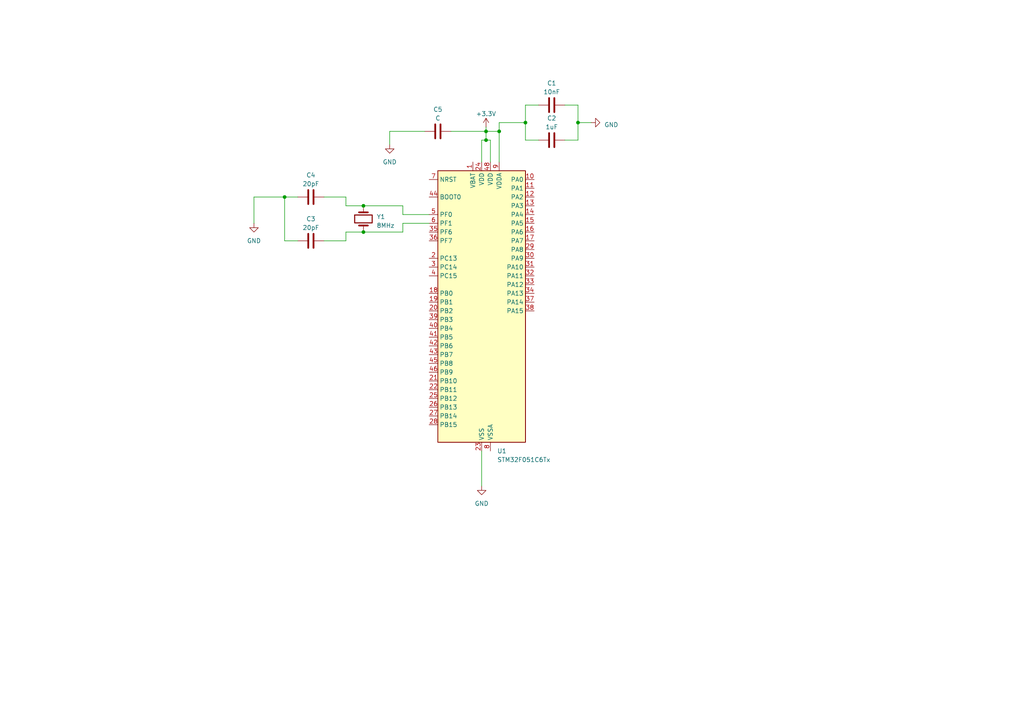
<source format=kicad_sch>
(kicad_sch (version 20230121) (generator eeschema)
  (paper "A4")
  (lib_symbols
    (symbol "Device:C" (pin_numbers hide) (pin_names (offset 0.254))
      (property "Reference" "C" (at 0.635 2.54 0))
      (property "Value" "C" (at 0.635 -2.54 0))
      (symbol "C_0_1"
        (polyline (pts (xy -2.032 -0.762) (xy 2.032 -0.762)) (stroke (width 0.508)))
        (polyline (pts (xy -2.032 0.762) (xy 2.032 0.762)) (stroke (width 0.508)))
      )
      (symbol "C_1_1"
        (pin passive line (at 0 3.81 270) (length 2.794) (name "~") (number "1"))
        (pin passive line (at 0 -3.81 90) (length 2.794) (name "~") (number "2"))
      )
    )
    (symbol "Device:Crystal" (pin_numbers hide) (pin_names (offset 1.016) hide)
      (property "Reference" "Y" (at 0 3.81 0))
      (property "Value" "Crystal" (at 0 -3.81 0))
      (symbol "Crystal_0_1"
        (rectangle (start -1.143 2.54) (end 1.143 -2.54) (stroke (width 0.3048)))
        (polyline (pts (xy -2.54 0) (xy -1.905 0)))
        (polyline (pts (xy -1.905 -1.27) (xy -1.905 1.27)) (stroke (width 0.508)))
        (polyline (pts (xy 1.905 -1.27) (xy 1.905 1.27)) (stroke (width 0.508)))
        (polyline (pts (xy 2.54 0) (xy 1.905 0)))
      )
      (symbol "Crystal_1_1"
        (pin passive line (at -3.81 0 0) (length 1.27) (name "1") (number "1"))
        (pin passive line (at 3.81 0 180) (length 1.27) (name "2") (number "2"))
      )
    )
    (symbol "MCU_ST_STM32F0:STM32F051C6Tx"
      (property "Reference" "U" (at -12.7 41.91 0))
      (property "Value" "STM32F051C6Tx" (at 7.62 41.91 0))
      (symbol "STM32F051C6Tx_0_1"
        (rectangle (start -12.7 -38.1) (end 12.7 40.64) (stroke (width 0.254)) (fill (type background)))
      )
      (symbol "STM32F051C6Tx_1_1"
        (pin power_in line (at -2.54 43.18 270) (length 2.54) (name "VBAT") (number "1"))
        (pin bidirectional line (at 15.24 38.1 180) (length 2.54) (name "PA0") (number "10"))
        (pin bidirectional line (at 15.24 35.56 180) (length 2.54) (name "PA1") (number "11"))
        (pin bidirectional line (at 15.24 33.02 180) (length 2.54) (name "PA2") (number "12"))
        (pin bidirectional line (at 15.24 30.48 180) (length 2.54) (name "PA3") (number "13"))
        (pin bidirectional line (at 15.24 27.94 180) (length 2.54) (name "PA4") (number "14"))
        (pin bidirectional line (at 15.24 25.4 180) (length 2.54) (name "PA5") (number "15"))
        (pin bidirectional line (at 15.24 22.86 180) (length 2.54) (name "PA6") (number "16"))
        (pin bidirectional line (at 15.24 20.32 180) (length 2.54) (name "PA7") (number "17"))
        (pin bidirectional line (at -15.24 5.08 0) (length 2.54) (name "PB0") (number "18"))
        (pin bidirectional line (at -15.24 2.54 0) (length 2.54) (name "PB1") (number "19"))
        (pin bidirectional line (at -15.24 15.24 0) (length 2.54) (name "PC13") (number "2"))
        (pin bidirectional line (at -15.24 0 0) (length 2.54) (name "PB2") (number "20"))
        (pin bidirectional line (at -15.24 -20.32 0) (length 2.54) (name "PB10") (number "21"))
        (pin bidirectional line (at -15.24 -22.86 0) (length 2.54) (name "PB11") (number "22"))
        (pin power_in line (at 0 -40.64 90) (length 2.54) (name "VSS") (number "23"))
        (pin power_in line (at 0 43.18 270) (length 2.54) (name "VDD") (number "24"))
        (pin bidirectional line (at -15.24 -25.4 0) (length 2.54) (name "PB12") (number "25"))
        (pin bidirectional line (at -15.24 -27.94 0) (length 2.54) (name "PB13") (number "26"))
        (pin bidirectional line (at -15.24 -30.48 0) (length 2.54) (name "PB14") (number "27"))
        (pin bidirectional line (at -15.24 -33.02 0) (length 2.54) (name "PB15") (number "28"))
        (pin bidirectional line (at 15.24 17.78 180) (length 2.54) (name "PA8") (number "29"))
        (pin bidirectional line (at -15.24 12.7 0) (length 2.54) (name "PC14") (number "3"))
        (pin bidirectional line (at 15.24 15.24 180) (length 2.54) (name "PA9") (number "30"))
        (pin bidirectional line (at 15.24 12.7 180) (length 2.54) (name "PA10") (number "31"))
        (pin bidirectional line (at 15.24 10.16 180) (length 2.54) (name "PA11") (number "32"))
        (pin bidirectional line (at 15.24 7.62 180) (length 2.54) (name "PA12") (number "33"))
        (pin bidirectional line (at 15.24 5.08 180) (length 2.54) (name "PA13") (number "34"))
        (pin bidirectional line (at -15.24 22.86 0) (length 2.54) (name "PF6") (number "35"))
        (pin bidirectional line (at -15.24 20.32 0) (length 2.54) (name "PF7") (number "36"))
        (pin bidirectional line (at 15.24 2.54 180) (length 2.54) (name "PA14") (number "37"))
        (pin bidirectional line (at 15.24 0 180) (length 2.54) (name "PA15") (number "38"))
        (pin bidirectional line (at -15.24 -2.54 0) (length 2.54) (name "PB3") (number "39"))
        (pin bidirectional line (at -15.24 10.16 0) (length 2.54) (name "PC15") (number "4"))
        (pin bidirectional line (at -15.24 -5.08 0) (length 2.54) (name "PB4") (number "40"))
        (pin bidirectional line (at -15.24 -7.62 0) (length 2.54) (name "PB5") (number "41"))
        (pin bidirectional line (at -15.24 -10.16 0) (length 2.54) (name "PB6") (number "42"))
        (pin bidirectional line (at -15.24 -12.7 0) (length 2.54) (name "PB7") (number "43"))
        (pin input line (at -15.24 33.02 0) (length 2.54) (name "BOOT0") (number "44"))
        (pin bidirectional line (at -15.24 -15.24 0) (length 2.54) (name "PB8") (number "45"))
        (pin bidirectional line (at -15.24 -17.78 0) (length 2.54) (name "PB9") (number "46"))
        (pin passive line (at 0 -40.64 90) (length 2.54) hide (name "VSS") (number "47"))
        (pin power_in line (at 2.54 43.18 270) (length 2.54) (name "VDD") (number "48"))
        (pin bidirectional line (at -15.24 27.94 0) (length 2.54) (name "PF0") (number "5"))
        (pin bidirectional line (at -15.24 25.4 0) (length 2.54) (name "PF1") (number "6"))
        (pin input line (at -15.24 38.1 0) (length 2.54) (name "NRST") (number "7"))
        (pin power_in line (at 2.54 -40.64 90) (length 2.54) (name "VSSA") (number "8"))
        (pin power_in line (at 5.08 43.18 270) (length 2.54) (name "VDDA") (number "9"))
      )
    )
    (symbol "power:+3.3V" (power) (pin_names (offset 0))
      (property "Value" "+3.3V" (at 0 3.556 0))
      (symbol "+3.3V_0_1"
        (polyline (pts (xy -0.762 1.27) (xy 0 2.54)))
        (polyline (pts (xy 0 0) (xy 0 2.54)))
        (polyline (pts (xy 0 2.54) (xy 0.762 1.27)))
      )
      (symbol "+3.3V_1_1"
        (pin power_in line (at 0 0 90) (length 0) hide (name "+3.3V") (number "1"))
      )
    )
    (symbol "power:GND" (power) (pin_names (offset 0))
      (property "Value" "GND" (at 0 -3.81 0))
      (symbol "GND_0_1"
        (polyline (pts (xy 0 0) (xy 0 -1.27) (xy 1.27 -1.27) (xy 0 -2.54) (xy -1.27 -1.27) (xy 0 -1.27)))
      )
      (symbol "GND_1_1"
        (pin power_in line (at 0 0 270) (length 0) hide (name "GND") (number "1"))
      )
    )
  )
  (junction (at 144.78 38.1))
  (junction (at 105.41 59.69))
  (junction (at 140.97 40.64))
  (junction (at 167.64 35.56))
  (junction (at 152.4 35.56))
  (junction (at 82.55 57.15))
  (junction (at 105.41 67.31))
  (junction (at 140.97 38.1))
  (wire (pts (xy 142.24 46.99) (xy 142.24 40.64)))
  (wire (pts (xy 100.33 67.31) (xy 105.41 67.31)))
  (wire (pts (xy 116.84 59.69) (xy 105.41 59.69)))
  (wire (pts (xy 100.33 57.15) (xy 100.33 59.69)))
  (wire (pts (xy 163.83 40.64) (xy 167.64 40.64)))
  (wire (pts (xy 123.19 38.1) (xy 113.03 38.1)))
  (wire (pts (xy 86.36 57.15) (xy 82.55 57.15)))
  (wire (pts (xy 113.03 38.1) (xy 113.03 41.91)))
  (wire (pts (xy 144.78 38.1) (xy 144.78 35.56)))
  (wire (pts (xy 144.78 46.99) (xy 144.78 38.1)))
  (wire (pts (xy 140.97 40.64) (xy 140.97 38.1)))
  (wire (pts (xy 167.64 35.56) (xy 171.45 35.56)))
  (wire (pts (xy 139.7 46.99) (xy 139.7 40.64)))
  (wire (pts (xy 93.98 57.15) (xy 100.33 57.15)))
  (wire (pts (xy 142.24 40.64) (xy 140.97 40.64)))
  (wire (pts (xy 82.55 57.15) (xy 73.66 57.15)))
  (wire (pts (xy 167.64 30.48) (xy 167.64 35.56)))
  (wire (pts (xy 152.4 40.64) (xy 156.21 40.64)))
  (wire (pts (xy 116.84 67.31) (xy 105.41 67.31)))
  (wire (pts (xy 82.55 69.85) (xy 82.55 57.15)))
  (wire (pts (xy 144.78 35.56) (xy 152.4 35.56)))
  (wire (pts (xy 144.78 38.1) (xy 140.97 38.1)))
  (wire (pts (xy 139.7 40.64) (xy 140.97 40.64)))
  (wire (pts (xy 116.84 64.77) (xy 116.84 67.31)))
  (wire (pts (xy 167.64 35.56) (xy 167.64 40.64)))
  (wire (pts (xy 152.4 35.56) (xy 152.4 30.48)))
  (wire (pts (xy 163.83 30.48) (xy 167.64 30.48)))
  (wire (pts (xy 139.7 130.81) (xy 139.7 140.97)))
  (wire (pts (xy 86.36 69.85) (xy 82.55 69.85)))
  (wire (pts (xy 100.33 59.69) (xy 105.41 59.69)))
  (wire (pts (xy 124.46 64.77) (xy 116.84 64.77)))
  (wire (pts (xy 152.4 35.56) (xy 152.4 40.64)))
  (wire (pts (xy 93.98 69.85) (xy 100.33 69.85)))
  (wire (pts (xy 140.97 38.1) (xy 140.97 36.83)))
  (wire (pts (xy 100.33 69.85) (xy 100.33 67.31)))
  (wire (pts (xy 73.66 57.15) (xy 73.66 64.77)))
  (wire (pts (xy 130.81 38.1) (xy 140.97 38.1)))
  (wire (pts (xy 124.46 62.23) (xy 116.84 62.23)))
  (wire (pts (xy 152.4 30.48) (xy 156.21 30.48)))
  (wire (pts (xy 116.84 62.23) (xy 116.84 59.69)))
  (symbol (lib_id "MCU_ST_STM32F0:STM32F051C6Tx") (at 139.7 90.17 0) (unit 1)
    (property "Reference" "U1" (at 144.1959 130.81 0) (effects (justify left)))
    (property "Value" "STM32F051C6Tx" (at 144.1959 133.35 0) (effects (justify left)))
    (property "Footprint" "Package_QFP:LQFP-48_7x7mm_P0.5mm" (effects hide))
    (property "Datasheet" "https://www.st.com/resource/en/datasheet/stm32f051c6.pdf" (effects hide))
  )
  (symbol (lib_id "power:GND") (at 73.66 64.77 0) (unit 1)
    (property "Reference" "#PWR04" (effects hide))
    (property "Value" "GND" (at 73.66 69.85 0))
  )
  (symbol (lib_id "Device:Crystal") (at 105.41 63.5 270) (unit 1)
    (property "Reference" "Y1" (at 109.22 62.865 90) (effects (justify left)))
    (property "Value" "8MHz" (at 109.22 65.405 90) (effects (justify left)))
  )
  (symbol (lib_id "Device:C") (at 90.17 57.15 90) (unit 1)
    (property "Reference" "C4" (at 90.17 50.8 90))
    (property "Value" "20pF" (at 90.17 53.34 90))
  )
  (symbol (lib_id "Device:C") (at 90.17 69.85 90) (unit 1)
    (property "Reference" "C3" (at 90.17 63.5 90))
    (property "Value" "20pF" (at 90.17 66.04 90))
  )
  (symbol (lib_id "Device:C") (at 160.02 40.64 270) (unit 1)
    (property "Reference" "C2" (at 160.02 34.29 90))
    (property "Value" "1uF" (at 160.02 36.83 90))
  )
  (symbol (lib_id "Device:C") (at 160.02 30.48 270) (unit 1)
    (property "Reference" "C1" (at 160.02 24.13 90))
    (property "Value" "10nF" (at 160.02 26.67 90))
  )
  (symbol (lib_id "power:GND") (at 113.03 41.91 0) (unit 1)
    (property "Reference" "#PWR05" (effects hide))
    (property "Value" "GND" (at 113.03 46.99 0))
  )
  (symbol (lib_id "power:GND") (at 139.7 140.97 0) (unit 1)
    (property "Reference" "#PWR01" (effects hide))
    (property "Value" "GND" (at 139.7 146.05 0))
  )
  (symbol (lib_id "power:GND") (at 171.45 35.56 90) (unit 1)
    (property "Reference" "#PWR03" (effects hide))
    (property "Value" "GND" (at 175.26 36.195 90) (effects (justify right)))
  )
  (symbol (lib_id "Device:C") (at 127 38.1 90) (unit 1)
    (property "Reference" "C5" (at 127 31.75 90))
    (property "Value" "C" (at 127 34.29 90))
  )
  (symbol (lib_id "power:+3.3V") (at 140.97 36.83 0) (unit 1)
    (property "Reference" "#PWR02" (effects hide))
    (property "Value" "+3.3V" (at 140.97 33.02 0))
  )
)
</source>
